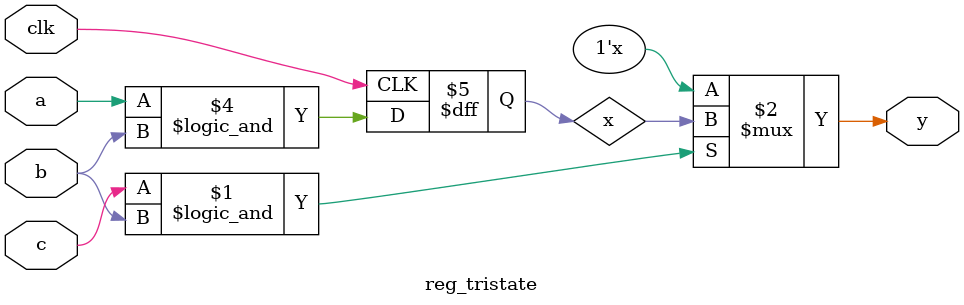
<source format=v>
module reg_tristate (
	input clk,
	input a, b, c,
	output y
);

reg x;

assign y = c && b ? x : 1'bz;

always @ (posedge clk)
	x <= a && b;

endmodule

</source>
